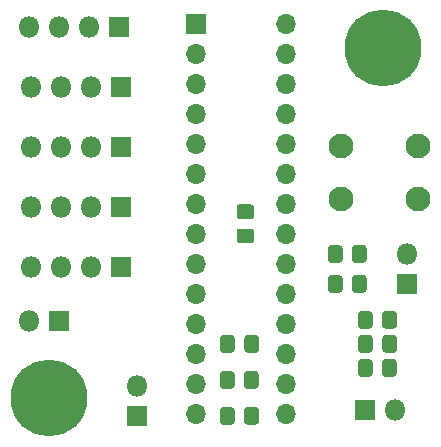
<source format=gbr>
%TF.GenerationSoftware,KiCad,Pcbnew,(5.1.6)-1*%
%TF.CreationDate,2020-09-17T22:35:37+02:00*%
%TF.ProjectId,gpioexpander4,6770696f-6578-4706-916e-646572342e6b,rev?*%
%TF.SameCoordinates,Original*%
%TF.FileFunction,Soldermask,Bot*%
%TF.FilePolarity,Negative*%
%FSLAX46Y46*%
G04 Gerber Fmt 4.6, Leading zero omitted, Abs format (unit mm)*
G04 Created by KiCad (PCBNEW (5.1.6)-1) date 2020-09-17 22:35:37*
%MOMM*%
%LPD*%
G01*
G04 APERTURE LIST*
%ADD10O,1.800000X1.800000*%
%ADD11R,1.800000X1.800000*%
%ADD12C,6.500000*%
%ADD13C,2.100000*%
%ADD14O,1.700000X1.700000*%
%ADD15R,1.700000X1.700000*%
G04 APERTURE END LIST*
D10*
%TO.C,J9*%
X109728000Y-76327000D03*
D11*
X112268000Y-76327000D03*
%TD*%
D12*
%TO.C,H2*%
X111379000Y-82804000D03*
%TD*%
%TO.C,H1*%
X139700000Y-53213000D03*
%TD*%
D13*
%TO.C,SW1*%
X142644000Y-61468000D03*
X142644000Y-65968000D03*
X136144000Y-61468000D03*
X136144000Y-65968000D03*
%TD*%
D14*
%TO.C,U1*%
X131445000Y-51155000D03*
X123825000Y-84175000D03*
X131445000Y-53695000D03*
X123825000Y-81635000D03*
X131445000Y-56235000D03*
X123825000Y-79095000D03*
X131445000Y-58775000D03*
X123825000Y-76555000D03*
X131445000Y-61315000D03*
X123825000Y-74015000D03*
X131445000Y-63855000D03*
X123825000Y-71475000D03*
X131445000Y-66395000D03*
X123825000Y-68935000D03*
X131445000Y-68935000D03*
X123825000Y-66395000D03*
X131445000Y-71475000D03*
X123825000Y-63855000D03*
X131445000Y-74015000D03*
X123825000Y-61315000D03*
X131445000Y-76555000D03*
X123825000Y-58775000D03*
X131445000Y-79095000D03*
X123825000Y-56235000D03*
X131445000Y-81635000D03*
X123825000Y-53695000D03*
X131445000Y-84175000D03*
D15*
X123825000Y-51155000D03*
%TD*%
%TO.C,R9*%
G36*
G01*
X127117000Y-77753738D02*
X127117000Y-78710262D01*
G75*
G02*
X126845262Y-78982000I-271738J0D01*
G01*
X126138738Y-78982000D01*
G75*
G02*
X125867000Y-78710262I0J271738D01*
G01*
X125867000Y-77753738D01*
G75*
G02*
X126138738Y-77482000I271738J0D01*
G01*
X126845262Y-77482000D01*
G75*
G02*
X127117000Y-77753738I0J-271738D01*
G01*
G37*
G36*
G01*
X129167000Y-77753738D02*
X129167000Y-78710262D01*
G75*
G02*
X128895262Y-78982000I-271738J0D01*
G01*
X128188738Y-78982000D01*
G75*
G02*
X127917000Y-78710262I0J271738D01*
G01*
X127917000Y-77753738D01*
G75*
G02*
X128188738Y-77482000I271738J0D01*
G01*
X128895262Y-77482000D01*
G75*
G02*
X129167000Y-77753738I0J-271738D01*
G01*
G37*
%TD*%
%TO.C,R8*%
G36*
G01*
X138792000Y-75721738D02*
X138792000Y-76678262D01*
G75*
G02*
X138520262Y-76950000I-271738J0D01*
G01*
X137813738Y-76950000D01*
G75*
G02*
X137542000Y-76678262I0J271738D01*
G01*
X137542000Y-75721738D01*
G75*
G02*
X137813738Y-75450000I271738J0D01*
G01*
X138520262Y-75450000D01*
G75*
G02*
X138792000Y-75721738I0J-271738D01*
G01*
G37*
G36*
G01*
X140842000Y-75721738D02*
X140842000Y-76678262D01*
G75*
G02*
X140570262Y-76950000I-271738J0D01*
G01*
X139863738Y-76950000D01*
G75*
G02*
X139592000Y-76678262I0J271738D01*
G01*
X139592000Y-75721738D01*
G75*
G02*
X139863738Y-75450000I271738J0D01*
G01*
X140570262Y-75450000D01*
G75*
G02*
X140842000Y-75721738I0J-271738D01*
G01*
G37*
%TD*%
%TO.C,R7*%
G36*
G01*
X127099000Y-80801738D02*
X127099000Y-81758262D01*
G75*
G02*
X126827262Y-82030000I-271738J0D01*
G01*
X126120738Y-82030000D01*
G75*
G02*
X125849000Y-81758262I0J271738D01*
G01*
X125849000Y-80801738D01*
G75*
G02*
X126120738Y-80530000I271738J0D01*
G01*
X126827262Y-80530000D01*
G75*
G02*
X127099000Y-80801738I0J-271738D01*
G01*
G37*
G36*
G01*
X129149000Y-80801738D02*
X129149000Y-81758262D01*
G75*
G02*
X128877262Y-82030000I-271738J0D01*
G01*
X128170738Y-82030000D01*
G75*
G02*
X127899000Y-81758262I0J271738D01*
G01*
X127899000Y-80801738D01*
G75*
G02*
X128170738Y-80530000I271738J0D01*
G01*
X128877262Y-80530000D01*
G75*
G02*
X129149000Y-80801738I0J-271738D01*
G01*
G37*
%TD*%
%TO.C,R6*%
G36*
G01*
X138801000Y-77753738D02*
X138801000Y-78710262D01*
G75*
G02*
X138529262Y-78982000I-271738J0D01*
G01*
X137822738Y-78982000D01*
G75*
G02*
X137551000Y-78710262I0J271738D01*
G01*
X137551000Y-77753738D01*
G75*
G02*
X137822738Y-77482000I271738J0D01*
G01*
X138529262Y-77482000D01*
G75*
G02*
X138801000Y-77753738I0J-271738D01*
G01*
G37*
G36*
G01*
X140851000Y-77753738D02*
X140851000Y-78710262D01*
G75*
G02*
X140579262Y-78982000I-271738J0D01*
G01*
X139872738Y-78982000D01*
G75*
G02*
X139601000Y-78710262I0J271738D01*
G01*
X139601000Y-77753738D01*
G75*
G02*
X139872738Y-77482000I271738J0D01*
G01*
X140579262Y-77482000D01*
G75*
G02*
X140851000Y-77753738I0J-271738D01*
G01*
G37*
%TD*%
%TO.C,R5*%
G36*
G01*
X127108000Y-83849738D02*
X127108000Y-84806262D01*
G75*
G02*
X126836262Y-85078000I-271738J0D01*
G01*
X126129738Y-85078000D01*
G75*
G02*
X125858000Y-84806262I0J271738D01*
G01*
X125858000Y-83849738D01*
G75*
G02*
X126129738Y-83578000I271738J0D01*
G01*
X126836262Y-83578000D01*
G75*
G02*
X127108000Y-83849738I0J-271738D01*
G01*
G37*
G36*
G01*
X129158000Y-83849738D02*
X129158000Y-84806262D01*
G75*
G02*
X128886262Y-85078000I-271738J0D01*
G01*
X128179738Y-85078000D01*
G75*
G02*
X127908000Y-84806262I0J271738D01*
G01*
X127908000Y-83849738D01*
G75*
G02*
X128179738Y-83578000I271738J0D01*
G01*
X128886262Y-83578000D01*
G75*
G02*
X129158000Y-83849738I0J-271738D01*
G01*
G37*
%TD*%
%TO.C,R4*%
G36*
G01*
X138783000Y-79785738D02*
X138783000Y-80742262D01*
G75*
G02*
X138511262Y-81014000I-271738J0D01*
G01*
X137804738Y-81014000D01*
G75*
G02*
X137533000Y-80742262I0J271738D01*
G01*
X137533000Y-79785738D01*
G75*
G02*
X137804738Y-79514000I271738J0D01*
G01*
X138511262Y-79514000D01*
G75*
G02*
X138783000Y-79785738I0J-271738D01*
G01*
G37*
G36*
G01*
X140833000Y-79785738D02*
X140833000Y-80742262D01*
G75*
G02*
X140561262Y-81014000I-271738J0D01*
G01*
X139854738Y-81014000D01*
G75*
G02*
X139583000Y-80742262I0J271738D01*
G01*
X139583000Y-79785738D01*
G75*
G02*
X139854738Y-79514000I271738J0D01*
G01*
X140561262Y-79514000D01*
G75*
G02*
X140833000Y-79785738I0J-271738D01*
G01*
G37*
%TD*%
%TO.C,R3*%
G36*
G01*
X137043000Y-73630262D02*
X137043000Y-72673738D01*
G75*
G02*
X137314738Y-72402000I271738J0D01*
G01*
X138021262Y-72402000D01*
G75*
G02*
X138293000Y-72673738I0J-271738D01*
G01*
X138293000Y-73630262D01*
G75*
G02*
X138021262Y-73902000I-271738J0D01*
G01*
X137314738Y-73902000D01*
G75*
G02*
X137043000Y-73630262I0J271738D01*
G01*
G37*
G36*
G01*
X134993000Y-73630262D02*
X134993000Y-72673738D01*
G75*
G02*
X135264738Y-72402000I271738J0D01*
G01*
X135971262Y-72402000D01*
G75*
G02*
X136243000Y-72673738I0J-271738D01*
G01*
X136243000Y-73630262D01*
G75*
G02*
X135971262Y-73902000I-271738J0D01*
G01*
X135264738Y-73902000D01*
G75*
G02*
X134993000Y-73630262I0J271738D01*
G01*
G37*
%TD*%
%TO.C,R2*%
G36*
G01*
X137043000Y-71090262D02*
X137043000Y-70133738D01*
G75*
G02*
X137314738Y-69862000I271738J0D01*
G01*
X138021262Y-69862000D01*
G75*
G02*
X138293000Y-70133738I0J-271738D01*
G01*
X138293000Y-71090262D01*
G75*
G02*
X138021262Y-71362000I-271738J0D01*
G01*
X137314738Y-71362000D01*
G75*
G02*
X137043000Y-71090262I0J271738D01*
G01*
G37*
G36*
G01*
X134993000Y-71090262D02*
X134993000Y-70133738D01*
G75*
G02*
X135264738Y-69862000I271738J0D01*
G01*
X135971262Y-69862000D01*
G75*
G02*
X136243000Y-70133738I0J-271738D01*
G01*
X136243000Y-71090262D01*
G75*
G02*
X135971262Y-71362000I-271738J0D01*
G01*
X135264738Y-71362000D01*
G75*
G02*
X134993000Y-71090262I0J271738D01*
G01*
G37*
%TD*%
%TO.C,R1*%
G36*
G01*
X127537738Y-68463000D02*
X128494262Y-68463000D01*
G75*
G02*
X128766000Y-68734738I0J-271738D01*
G01*
X128766000Y-69441262D01*
G75*
G02*
X128494262Y-69713000I-271738J0D01*
G01*
X127537738Y-69713000D01*
G75*
G02*
X127266000Y-69441262I0J271738D01*
G01*
X127266000Y-68734738D01*
G75*
G02*
X127537738Y-68463000I271738J0D01*
G01*
G37*
G36*
G01*
X127537738Y-66413000D02*
X128494262Y-66413000D01*
G75*
G02*
X128766000Y-66684738I0J-271738D01*
G01*
X128766000Y-67391262D01*
G75*
G02*
X128494262Y-67663000I-271738J0D01*
G01*
X127537738Y-67663000D01*
G75*
G02*
X127266000Y-67391262I0J271738D01*
G01*
X127266000Y-66684738D01*
G75*
G02*
X127537738Y-66413000I271738J0D01*
G01*
G37*
%TD*%
D10*
%TO.C,J8*%
X141732000Y-70612000D03*
D11*
X141732000Y-73152000D03*
%TD*%
D10*
%TO.C,J7*%
X109855000Y-71755000D03*
X112395000Y-71755000D03*
X114935000Y-71755000D03*
D11*
X117475000Y-71755000D03*
%TD*%
D10*
%TO.C,J6*%
X109855000Y-66675000D03*
X112395000Y-66675000D03*
X114935000Y-66675000D03*
D11*
X117475000Y-66675000D03*
%TD*%
D10*
%TO.C,J5*%
X109855000Y-61595000D03*
X112395000Y-61595000D03*
X114935000Y-61595000D03*
D11*
X117475000Y-61595000D03*
%TD*%
D10*
%TO.C,J4*%
X109855000Y-56515000D03*
X112395000Y-56515000D03*
X114935000Y-56515000D03*
D11*
X117475000Y-56515000D03*
%TD*%
D10*
%TO.C,J3*%
X109728000Y-51435000D03*
X112268000Y-51435000D03*
X114808000Y-51435000D03*
D11*
X117348000Y-51435000D03*
%TD*%
D10*
%TO.C,J2*%
X118872000Y-81788000D03*
D11*
X118872000Y-84328000D03*
%TD*%
D10*
%TO.C,J1*%
X140716000Y-83820000D03*
D11*
X138176000Y-83820000D03*
%TD*%
M02*

</source>
